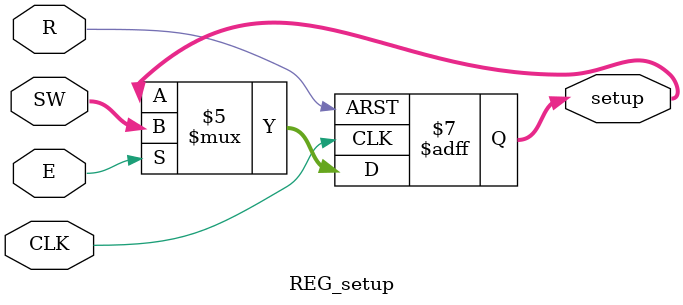
<source format=v>
/*
	REG_setup de 2bits para guardar o nivel de jogo
*/

module REG_setup 
(
	SW,
	CLK,
	R,
	E,
	setup
);

input wire 	CLK, R, E; 
input wire [7:0] SW;
output reg [7:0] setup;

always@(posedge CLK or posedge R)
begin
	if (R == 1'b1)
		setup <= 4'b0000;
	else
		if (E == 1'b1)
			setup <= SW;
		else 
		   setup <= setup;
end

endmodule

</source>
